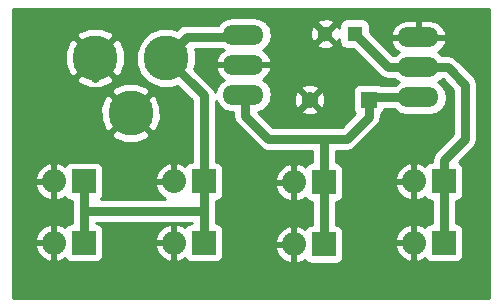
<source format=gtl>
G04 #@! TF.FileFunction,Copper,L1,Top,Signal*
%FSLAX46Y46*%
G04 Gerber Fmt 4.6, Leading zero omitted, Abs format (unit mm)*
G04 Created by KiCad (PCBNEW 4.0.1-3.201512221402+6198~38~ubuntu14.04.1-stable) date Sat 30 Jul 2016 07:16:47 PM PDT*
%MOMM*%
G01*
G04 APERTURE LIST*
%ADD10C,0.100000*%
%ADD11O,3.500120X1.699260*%
%ADD12C,3.810000*%
%ADD13R,2.032000X2.032000*%
%ADD14O,2.032000X2.032000*%
%ADD15R,1.400000X1.400000*%
%ADD16C,1.400000*%
%ADD17R,1.300000X1.300000*%
%ADD18C,1.300000*%
%ADD19C,0.762000*%
%ADD20C,0.254000*%
G04 APERTURE END LIST*
D10*
D11*
X133032500Y-92011500D03*
X133032500Y-89471500D03*
X133032500Y-94551500D03*
D12*
X111663480Y-91186000D03*
X105664000Y-91186000D03*
X108663740Y-95885000D03*
D13*
X135191500Y-101663500D03*
D14*
X132651500Y-101663500D03*
D13*
X125031500Y-101727000D03*
D14*
X122491500Y-101727000D03*
D13*
X114871500Y-101663500D03*
D14*
X112331500Y-101663500D03*
D13*
X104711500Y-101663500D03*
D14*
X102171500Y-101663500D03*
D11*
X118211600Y-91795600D03*
X118211600Y-89255600D03*
X118211600Y-94335600D03*
D15*
X128825000Y-94742000D03*
D16*
X123825000Y-94742000D03*
D17*
X127635000Y-89154000D03*
D18*
X125135000Y-89154000D03*
D13*
X135191500Y-106870500D03*
D14*
X132651500Y-106870500D03*
D13*
X125031500Y-106997500D03*
D14*
X122491500Y-106997500D03*
D13*
X114871500Y-106870500D03*
D14*
X112331500Y-106870500D03*
D13*
X104711500Y-106870500D03*
D14*
X102171500Y-106870500D03*
D19*
X105664000Y-91186000D02*
X105664000Y-92885260D01*
X108418160Y-95885000D02*
X108663740Y-95885000D01*
X125031500Y-106997500D02*
X125031500Y-101727000D01*
X126985000Y-98044000D02*
X124968000Y-98044000D01*
X125031500Y-101727000D02*
X125031500Y-98107500D01*
X124968000Y-98044000D02*
X120308370Y-98044000D01*
X125031500Y-98107500D02*
X124968000Y-98044000D01*
X128825000Y-94742000D02*
X128825000Y-96204000D01*
X118364000Y-96099630D02*
X118364000Y-94488000D01*
X128825000Y-96204000D02*
X126985000Y-98044000D01*
X120308370Y-98044000D02*
X118364000Y-96099630D01*
X133032500Y-94551500D02*
X129015500Y-94551500D01*
X129015500Y-94551500D02*
X128825000Y-94742000D01*
X135191500Y-101663500D02*
X135191500Y-106870500D01*
X137005060Y-93472000D02*
X137005060Y-98071940D01*
X137005060Y-98071940D02*
X135191500Y-99885500D01*
X135191500Y-99885500D02*
X135191500Y-101663500D01*
X133032500Y-92011500D02*
X135544560Y-92011500D01*
X135544560Y-92011500D02*
X137005060Y-93472000D01*
X133032500Y-92011500D02*
X130492500Y-92011500D01*
X130492500Y-92011500D02*
X127635000Y-89154000D01*
X114871500Y-104140000D02*
X114871500Y-101663500D01*
X114871500Y-106870500D02*
X114871500Y-104140000D01*
X114871500Y-104140000D02*
X104711500Y-104140000D01*
X104711500Y-106870500D02*
X104711500Y-104140000D01*
X104711500Y-104140000D02*
X104711500Y-101663500D01*
X114871500Y-101663500D02*
X114871500Y-94394020D01*
X114871500Y-94394020D02*
X111663480Y-91186000D01*
X111663480Y-91186000D02*
X113441480Y-89408000D01*
X113441480Y-89408000D02*
X118364000Y-89408000D01*
D20*
G36*
X138990000Y-111558000D02*
X98754000Y-111558000D01*
X98754000Y-107253446D01*
X100565517Y-107253446D01*
X100834312Y-107838879D01*
X101306682Y-108276885D01*
X101788556Y-108476475D01*
X102044500Y-108357336D01*
X102044500Y-106997500D01*
X100684133Y-106997500D01*
X100565517Y-107253446D01*
X98754000Y-107253446D01*
X98754000Y-106487554D01*
X100565517Y-106487554D01*
X100684133Y-106743500D01*
X102044500Y-106743500D01*
X102044500Y-105383664D01*
X101788556Y-105264525D01*
X101306682Y-105464115D01*
X100834312Y-105902121D01*
X100565517Y-106487554D01*
X98754000Y-106487554D01*
X98754000Y-102046446D01*
X100565517Y-102046446D01*
X100834312Y-102631879D01*
X101306682Y-103069885D01*
X101788556Y-103269475D01*
X102044500Y-103150336D01*
X102044500Y-101790500D01*
X100684133Y-101790500D01*
X100565517Y-102046446D01*
X98754000Y-102046446D01*
X98754000Y-101280554D01*
X100565517Y-101280554D01*
X100684133Y-101536500D01*
X102044500Y-101536500D01*
X102044500Y-100176664D01*
X102298500Y-100176664D01*
X102298500Y-101536500D01*
X102318500Y-101536500D01*
X102318500Y-101790500D01*
X102298500Y-101790500D01*
X102298500Y-103150336D01*
X102554444Y-103269475D01*
X103036318Y-103069885D01*
X103133898Y-102979403D01*
X103231410Y-103130941D01*
X103443610Y-103275931D01*
X103695500Y-103326940D01*
X103695500Y-105207060D01*
X103460183Y-105251338D01*
X103244059Y-105390410D01*
X103132660Y-105553448D01*
X103036318Y-105464115D01*
X102554444Y-105264525D01*
X102298500Y-105383664D01*
X102298500Y-106743500D01*
X102318500Y-106743500D01*
X102318500Y-106997500D01*
X102298500Y-106997500D01*
X102298500Y-108357336D01*
X102554444Y-108476475D01*
X103036318Y-108276885D01*
X103133898Y-108186403D01*
X103231410Y-108337941D01*
X103443610Y-108482931D01*
X103695500Y-108533940D01*
X105727500Y-108533940D01*
X105962817Y-108489662D01*
X106178941Y-108350590D01*
X106323931Y-108138390D01*
X106374940Y-107886500D01*
X106374940Y-107253446D01*
X110725517Y-107253446D01*
X110994312Y-107838879D01*
X111466682Y-108276885D01*
X111948556Y-108476475D01*
X112204500Y-108357336D01*
X112204500Y-106997500D01*
X110844133Y-106997500D01*
X110725517Y-107253446D01*
X106374940Y-107253446D01*
X106374940Y-106487554D01*
X110725517Y-106487554D01*
X110844133Y-106743500D01*
X112204500Y-106743500D01*
X112204500Y-105383664D01*
X111948556Y-105264525D01*
X111466682Y-105464115D01*
X110994312Y-105902121D01*
X110725517Y-106487554D01*
X106374940Y-106487554D01*
X106374940Y-105854500D01*
X106330662Y-105619183D01*
X106191590Y-105403059D01*
X105979390Y-105258069D01*
X105727500Y-105207060D01*
X105727500Y-105156000D01*
X113855500Y-105156000D01*
X113855500Y-105207060D01*
X113620183Y-105251338D01*
X113404059Y-105390410D01*
X113292660Y-105553448D01*
X113196318Y-105464115D01*
X112714444Y-105264525D01*
X112458500Y-105383664D01*
X112458500Y-106743500D01*
X112478500Y-106743500D01*
X112478500Y-106997500D01*
X112458500Y-106997500D01*
X112458500Y-108357336D01*
X112714444Y-108476475D01*
X113196318Y-108276885D01*
X113293898Y-108186403D01*
X113391410Y-108337941D01*
X113603610Y-108482931D01*
X113855500Y-108533940D01*
X115887500Y-108533940D01*
X116122817Y-108489662D01*
X116338941Y-108350590D01*
X116483931Y-108138390D01*
X116534940Y-107886500D01*
X116534940Y-107380446D01*
X120885517Y-107380446D01*
X121154312Y-107965879D01*
X121626682Y-108403885D01*
X122108556Y-108603475D01*
X122364500Y-108484336D01*
X122364500Y-107124500D01*
X121004133Y-107124500D01*
X120885517Y-107380446D01*
X116534940Y-107380446D01*
X116534940Y-106614554D01*
X120885517Y-106614554D01*
X121004133Y-106870500D01*
X122364500Y-106870500D01*
X122364500Y-105510664D01*
X122108556Y-105391525D01*
X121626682Y-105591115D01*
X121154312Y-106029121D01*
X120885517Y-106614554D01*
X116534940Y-106614554D01*
X116534940Y-105854500D01*
X116490662Y-105619183D01*
X116351590Y-105403059D01*
X116139390Y-105258069D01*
X115887500Y-105207060D01*
X115887500Y-103326940D01*
X116122817Y-103282662D01*
X116338941Y-103143590D01*
X116483931Y-102931390D01*
X116534940Y-102679500D01*
X116534940Y-102109946D01*
X120885517Y-102109946D01*
X121154312Y-102695379D01*
X121626682Y-103133385D01*
X122108556Y-103332975D01*
X122364500Y-103213836D01*
X122364500Y-101854000D01*
X121004133Y-101854000D01*
X120885517Y-102109946D01*
X116534940Y-102109946D01*
X116534940Y-101344054D01*
X120885517Y-101344054D01*
X121004133Y-101600000D01*
X122364500Y-101600000D01*
X122364500Y-100240164D01*
X122108556Y-100121025D01*
X121626682Y-100320615D01*
X121154312Y-100758621D01*
X120885517Y-101344054D01*
X116534940Y-101344054D01*
X116534940Y-100647500D01*
X116490662Y-100412183D01*
X116351590Y-100196059D01*
X116139390Y-100051069D01*
X115887500Y-100000060D01*
X115887500Y-94876972D01*
X115892825Y-94903743D01*
X116214652Y-95385392D01*
X116696301Y-95707219D01*
X117264444Y-95820230D01*
X117348000Y-95820230D01*
X117348000Y-96099630D01*
X117400855Y-96365350D01*
X117425338Y-96488437D01*
X117645580Y-96818050D01*
X119589949Y-98762420D01*
X119750206Y-98869500D01*
X119919564Y-98982662D01*
X120308370Y-99060000D01*
X124015500Y-99060000D01*
X124015500Y-100063560D01*
X123780183Y-100107838D01*
X123564059Y-100246910D01*
X123452660Y-100409948D01*
X123356318Y-100320615D01*
X122874444Y-100121025D01*
X122618500Y-100240164D01*
X122618500Y-101600000D01*
X122638500Y-101600000D01*
X122638500Y-101854000D01*
X122618500Y-101854000D01*
X122618500Y-103213836D01*
X122874444Y-103332975D01*
X123356318Y-103133385D01*
X123453898Y-103042903D01*
X123551410Y-103194441D01*
X123763610Y-103339431D01*
X124015500Y-103390440D01*
X124015500Y-105334060D01*
X123780183Y-105378338D01*
X123564059Y-105517410D01*
X123452660Y-105680448D01*
X123356318Y-105591115D01*
X122874444Y-105391525D01*
X122618500Y-105510664D01*
X122618500Y-106870500D01*
X122638500Y-106870500D01*
X122638500Y-107124500D01*
X122618500Y-107124500D01*
X122618500Y-108484336D01*
X122874444Y-108603475D01*
X123356318Y-108403885D01*
X123453898Y-108313403D01*
X123551410Y-108464941D01*
X123763610Y-108609931D01*
X124015500Y-108660940D01*
X126047500Y-108660940D01*
X126282817Y-108616662D01*
X126498941Y-108477590D01*
X126643931Y-108265390D01*
X126694940Y-108013500D01*
X126694940Y-107253446D01*
X131045517Y-107253446D01*
X131314312Y-107838879D01*
X131786682Y-108276885D01*
X132268556Y-108476475D01*
X132524500Y-108357336D01*
X132524500Y-106997500D01*
X131164133Y-106997500D01*
X131045517Y-107253446D01*
X126694940Y-107253446D01*
X126694940Y-106487554D01*
X131045517Y-106487554D01*
X131164133Y-106743500D01*
X132524500Y-106743500D01*
X132524500Y-105383664D01*
X132268556Y-105264525D01*
X131786682Y-105464115D01*
X131314312Y-105902121D01*
X131045517Y-106487554D01*
X126694940Y-106487554D01*
X126694940Y-105981500D01*
X126650662Y-105746183D01*
X126511590Y-105530059D01*
X126299390Y-105385069D01*
X126047500Y-105334060D01*
X126047500Y-103390440D01*
X126282817Y-103346162D01*
X126498941Y-103207090D01*
X126643931Y-102994890D01*
X126694940Y-102743000D01*
X126694940Y-102046446D01*
X131045517Y-102046446D01*
X131314312Y-102631879D01*
X131786682Y-103069885D01*
X132268556Y-103269475D01*
X132524500Y-103150336D01*
X132524500Y-101790500D01*
X131164133Y-101790500D01*
X131045517Y-102046446D01*
X126694940Y-102046446D01*
X126694940Y-101280554D01*
X131045517Y-101280554D01*
X131164133Y-101536500D01*
X132524500Y-101536500D01*
X132524500Y-100176664D01*
X132268556Y-100057525D01*
X131786682Y-100257115D01*
X131314312Y-100695121D01*
X131045517Y-101280554D01*
X126694940Y-101280554D01*
X126694940Y-100711000D01*
X126650662Y-100475683D01*
X126511590Y-100259559D01*
X126299390Y-100114569D01*
X126047500Y-100063560D01*
X126047500Y-99060000D01*
X126985000Y-99060000D01*
X127309300Y-98995493D01*
X127373807Y-98982662D01*
X127703420Y-98762420D01*
X129543421Y-96922420D01*
X129763662Y-96592807D01*
X129799014Y-96415077D01*
X129841000Y-96204000D01*
X129841000Y-95993244D01*
X129976441Y-95906090D01*
X130121431Y-95693890D01*
X130147026Y-95567500D01*
X131012973Y-95567500D01*
X131035552Y-95601292D01*
X131517201Y-95923119D01*
X132085344Y-96036130D01*
X133979656Y-96036130D01*
X134547799Y-95923119D01*
X135029448Y-95601292D01*
X135351275Y-95119643D01*
X135464286Y-94551500D01*
X135351275Y-93983357D01*
X135029448Y-93501708D01*
X134699883Y-93281500D01*
X135029448Y-93061292D01*
X135052027Y-93027500D01*
X135123720Y-93027500D01*
X135989060Y-93892841D01*
X135989060Y-97651099D01*
X134473080Y-99167080D01*
X134252838Y-99496693D01*
X134252838Y-99496694D01*
X134175500Y-99885500D01*
X134175500Y-100000060D01*
X133940183Y-100044338D01*
X133724059Y-100183410D01*
X133612660Y-100346448D01*
X133516318Y-100257115D01*
X133034444Y-100057525D01*
X132778500Y-100176664D01*
X132778500Y-101536500D01*
X132798500Y-101536500D01*
X132798500Y-101790500D01*
X132778500Y-101790500D01*
X132778500Y-103150336D01*
X133034444Y-103269475D01*
X133516318Y-103069885D01*
X133613898Y-102979403D01*
X133711410Y-103130941D01*
X133923610Y-103275931D01*
X134175500Y-103326940D01*
X134175500Y-105207060D01*
X133940183Y-105251338D01*
X133724059Y-105390410D01*
X133612660Y-105553448D01*
X133516318Y-105464115D01*
X133034444Y-105264525D01*
X132778500Y-105383664D01*
X132778500Y-106743500D01*
X132798500Y-106743500D01*
X132798500Y-106997500D01*
X132778500Y-106997500D01*
X132778500Y-108357336D01*
X133034444Y-108476475D01*
X133516318Y-108276885D01*
X133613898Y-108186403D01*
X133711410Y-108337941D01*
X133923610Y-108482931D01*
X134175500Y-108533940D01*
X136207500Y-108533940D01*
X136442817Y-108489662D01*
X136658941Y-108350590D01*
X136803931Y-108138390D01*
X136854940Y-107886500D01*
X136854940Y-105854500D01*
X136810662Y-105619183D01*
X136671590Y-105403059D01*
X136459390Y-105258069D01*
X136207500Y-105207060D01*
X136207500Y-103326940D01*
X136442817Y-103282662D01*
X136658941Y-103143590D01*
X136803931Y-102931390D01*
X136854940Y-102679500D01*
X136854940Y-100647500D01*
X136810662Y-100412183D01*
X136671590Y-100196059D01*
X136461399Y-100052442D01*
X137723480Y-98790361D01*
X137943722Y-98460747D01*
X137956553Y-98396240D01*
X138021060Y-98071940D01*
X138021060Y-93472000D01*
X137943722Y-93083194D01*
X137943722Y-93083193D01*
X137723481Y-92753580D01*
X136262980Y-91293080D01*
X135933367Y-91072838D01*
X135868860Y-91060007D01*
X135544560Y-90995500D01*
X135052027Y-90995500D01*
X135029448Y-90961708D01*
X134691627Y-90735984D01*
X135072524Y-90431489D01*
X135353149Y-89922310D01*
X135374040Y-89828332D01*
X135252714Y-89598500D01*
X133159500Y-89598500D01*
X133159500Y-89618500D01*
X132905500Y-89618500D01*
X132905500Y-89598500D01*
X130812286Y-89598500D01*
X130690960Y-89828332D01*
X130711851Y-89922310D01*
X130992476Y-90431489D01*
X131373373Y-90735984D01*
X131035552Y-90961708D01*
X131012973Y-90995500D01*
X130913341Y-90995500D01*
X129032509Y-89114668D01*
X130690960Y-89114668D01*
X130812286Y-89344500D01*
X132905500Y-89344500D01*
X132905500Y-87986870D01*
X133159500Y-87986870D01*
X133159500Y-89344500D01*
X135252714Y-89344500D01*
X135374040Y-89114668D01*
X135353149Y-89020690D01*
X135072524Y-88511511D01*
X134618406Y-88148482D01*
X134059930Y-87986870D01*
X133159500Y-87986870D01*
X132905500Y-87986870D01*
X132005070Y-87986870D01*
X131446594Y-88148482D01*
X130992476Y-88511511D01*
X130711851Y-89020690D01*
X130690960Y-89114668D01*
X129032509Y-89114668D01*
X128932440Y-89014600D01*
X128932440Y-88504000D01*
X128888162Y-88268683D01*
X128749090Y-88052559D01*
X128536890Y-87907569D01*
X128285000Y-87856560D01*
X126985000Y-87856560D01*
X126749683Y-87900838D01*
X126533559Y-88039910D01*
X126388569Y-88252110D01*
X126337560Y-88504000D01*
X126337560Y-88666385D01*
X126264611Y-88490271D01*
X126034016Y-88434590D01*
X125314605Y-89154000D01*
X126034016Y-89873410D01*
X126264611Y-89817729D01*
X126337560Y-89608098D01*
X126337560Y-89804000D01*
X126381838Y-90039317D01*
X126520910Y-90255441D01*
X126733110Y-90400431D01*
X126985000Y-90451440D01*
X127495600Y-90451440D01*
X129774079Y-92729920D01*
X129955243Y-92850970D01*
X130103694Y-92950162D01*
X130492500Y-93027500D01*
X131012973Y-93027500D01*
X131035552Y-93061292D01*
X131365117Y-93281500D01*
X131035552Y-93501708D01*
X131012973Y-93535500D01*
X129908508Y-93535500D01*
X129776890Y-93445569D01*
X129525000Y-93394560D01*
X128125000Y-93394560D01*
X127889683Y-93438838D01*
X127673559Y-93577910D01*
X127528569Y-93790110D01*
X127477560Y-94042000D01*
X127477560Y-95442000D01*
X127521838Y-95677317D01*
X127660910Y-95893441D01*
X127683371Y-95908788D01*
X126564160Y-97028000D01*
X120729211Y-97028000D01*
X119461267Y-95760057D01*
X119726899Y-95707219D01*
X119771713Y-95677275D01*
X123069331Y-95677275D01*
X123131169Y-95913042D01*
X123632122Y-96089419D01*
X124162440Y-96060664D01*
X124518831Y-95913042D01*
X124580669Y-95677275D01*
X123825000Y-94921605D01*
X123069331Y-95677275D01*
X119771713Y-95677275D01*
X120208548Y-95385392D01*
X120530375Y-94903743D01*
X120600913Y-94549122D01*
X122477581Y-94549122D01*
X122506336Y-95079440D01*
X122653958Y-95435831D01*
X122889725Y-95497669D01*
X123645395Y-94742000D01*
X124004605Y-94742000D01*
X124760275Y-95497669D01*
X124996042Y-95435831D01*
X125172419Y-94934878D01*
X125143664Y-94404560D01*
X124996042Y-94048169D01*
X124760275Y-93986331D01*
X124004605Y-94742000D01*
X123645395Y-94742000D01*
X122889725Y-93986331D01*
X122653958Y-94048169D01*
X122477581Y-94549122D01*
X120600913Y-94549122D01*
X120643386Y-94335600D01*
X120538186Y-93806725D01*
X123069331Y-93806725D01*
X123825000Y-94562395D01*
X124580669Y-93806725D01*
X124518831Y-93570958D01*
X124017878Y-93394581D01*
X123487560Y-93423336D01*
X123131169Y-93570958D01*
X123069331Y-93806725D01*
X120538186Y-93806725D01*
X120530375Y-93767457D01*
X120208548Y-93285808D01*
X119870727Y-93060084D01*
X120251624Y-92755589D01*
X120532249Y-92246410D01*
X120553140Y-92152432D01*
X120431814Y-91922600D01*
X118338600Y-91922600D01*
X118338600Y-91942600D01*
X118084600Y-91942600D01*
X118084600Y-91922600D01*
X115991386Y-91922600D01*
X115870060Y-92152432D01*
X115890951Y-92246410D01*
X116171576Y-92755589D01*
X116552473Y-93060084D01*
X116214652Y-93285808D01*
X115892825Y-93767457D01*
X115827847Y-94094123D01*
X115810162Y-94005214D01*
X115695145Y-93833079D01*
X115589920Y-93675599D01*
X114028386Y-92114065D01*
X114203039Y-91693454D01*
X114203920Y-90682979D01*
X114096912Y-90424000D01*
X116392162Y-90424000D01*
X116552473Y-90531116D01*
X116171576Y-90835611D01*
X115890951Y-91344790D01*
X115870060Y-91438768D01*
X115991386Y-91668600D01*
X118084600Y-91668600D01*
X118084600Y-91648600D01*
X118338600Y-91648600D01*
X118338600Y-91668600D01*
X120431814Y-91668600D01*
X120553140Y-91438768D01*
X120532249Y-91344790D01*
X120251624Y-90835611D01*
X119870727Y-90531116D01*
X120208548Y-90305392D01*
X120377179Y-90053016D01*
X124415590Y-90053016D01*
X124471271Y-90283611D01*
X124954078Y-90451622D01*
X125464428Y-90422083D01*
X125798729Y-90283611D01*
X125854410Y-90053016D01*
X125135000Y-89333605D01*
X124415590Y-90053016D01*
X120377179Y-90053016D01*
X120530375Y-89823743D01*
X120643386Y-89255600D01*
X120587189Y-88973078D01*
X123837378Y-88973078D01*
X123866917Y-89483428D01*
X124005389Y-89817729D01*
X124235984Y-89873410D01*
X124955395Y-89154000D01*
X124235984Y-88434590D01*
X124005389Y-88490271D01*
X123837378Y-88973078D01*
X120587189Y-88973078D01*
X120530375Y-88687457D01*
X120241407Y-88254984D01*
X124415590Y-88254984D01*
X125135000Y-88974395D01*
X125854410Y-88254984D01*
X125798729Y-88024389D01*
X125315922Y-87856378D01*
X124805572Y-87885917D01*
X124471271Y-88024389D01*
X124415590Y-88254984D01*
X120241407Y-88254984D01*
X120208548Y-88205808D01*
X119726899Y-87883981D01*
X119158756Y-87770970D01*
X117264444Y-87770970D01*
X116696301Y-87883981D01*
X116214652Y-88205808D01*
X116090243Y-88392000D01*
X113441480Y-88392000D01*
X113052673Y-88469338D01*
X112723060Y-88689579D01*
X112591545Y-88821094D01*
X112170934Y-88646441D01*
X111160459Y-88645560D01*
X110226565Y-89031437D01*
X109511428Y-89745327D01*
X109123921Y-90678546D01*
X109123040Y-91689021D01*
X109508917Y-92622915D01*
X110222807Y-93338052D01*
X111156026Y-93725559D01*
X112166501Y-93726440D01*
X112591481Y-93550842D01*
X113855500Y-94814861D01*
X113855500Y-100000060D01*
X113620183Y-100044338D01*
X113404059Y-100183410D01*
X113292660Y-100346448D01*
X113196318Y-100257115D01*
X112714444Y-100057525D01*
X112458500Y-100176664D01*
X112458500Y-101536500D01*
X112478500Y-101536500D01*
X112478500Y-101790500D01*
X112458500Y-101790500D01*
X112458500Y-101810500D01*
X112204500Y-101810500D01*
X112204500Y-101790500D01*
X110844133Y-101790500D01*
X110725517Y-102046446D01*
X110994312Y-102631879D01*
X111466682Y-103069885D01*
X111597333Y-103124000D01*
X106192326Y-103124000D01*
X106323931Y-102931390D01*
X106374940Y-102679500D01*
X106374940Y-101280554D01*
X110725517Y-101280554D01*
X110844133Y-101536500D01*
X112204500Y-101536500D01*
X112204500Y-100176664D01*
X111948556Y-100057525D01*
X111466682Y-100257115D01*
X110994312Y-100695121D01*
X110725517Y-101280554D01*
X106374940Y-101280554D01*
X106374940Y-100647500D01*
X106330662Y-100412183D01*
X106191590Y-100196059D01*
X105979390Y-100051069D01*
X105727500Y-100000060D01*
X103695500Y-100000060D01*
X103460183Y-100044338D01*
X103244059Y-100183410D01*
X103132660Y-100346448D01*
X103036318Y-100257115D01*
X102554444Y-100057525D01*
X102298500Y-100176664D01*
X102044500Y-100176664D01*
X101788556Y-100057525D01*
X101306682Y-100257115D01*
X100834312Y-100695121D01*
X100565517Y-101280554D01*
X98754000Y-101280554D01*
X98754000Y-97691440D01*
X107036905Y-97691440D01*
X107246093Y-98052289D01*
X108183390Y-98429824D01*
X109193817Y-98419933D01*
X110081387Y-98052289D01*
X110290575Y-97691440D01*
X108663740Y-96064605D01*
X107036905Y-97691440D01*
X98754000Y-97691440D01*
X98754000Y-95404650D01*
X106118916Y-95404650D01*
X106128807Y-96415077D01*
X106496451Y-97302647D01*
X106857300Y-97511835D01*
X108484135Y-95885000D01*
X108843345Y-95885000D01*
X110470180Y-97511835D01*
X110831029Y-97302647D01*
X111208564Y-96365350D01*
X111198673Y-95354923D01*
X110831029Y-94467353D01*
X110470180Y-94258165D01*
X108843345Y-95885000D01*
X108484135Y-95885000D01*
X106857300Y-94258165D01*
X106496451Y-94467353D01*
X106118916Y-95404650D01*
X98754000Y-95404650D01*
X98754000Y-94078560D01*
X107036905Y-94078560D01*
X108663740Y-95705395D01*
X110290575Y-94078560D01*
X110081387Y-93717711D01*
X109144090Y-93340176D01*
X108133663Y-93350067D01*
X107246093Y-93717711D01*
X107036905Y-94078560D01*
X98754000Y-94078560D01*
X98754000Y-92992440D01*
X104037165Y-92992440D01*
X104246353Y-93353289D01*
X105183650Y-93730824D01*
X106194077Y-93720933D01*
X107081647Y-93353289D01*
X107290835Y-92992440D01*
X105664000Y-91365605D01*
X104037165Y-92992440D01*
X98754000Y-92992440D01*
X98754000Y-90705650D01*
X103119176Y-90705650D01*
X103129067Y-91716077D01*
X103496711Y-92603647D01*
X103857560Y-92812835D01*
X105484395Y-91186000D01*
X105843605Y-91186000D01*
X107470440Y-92812835D01*
X107831289Y-92603647D01*
X108208824Y-91666350D01*
X108198933Y-90655923D01*
X107831289Y-89768353D01*
X107470440Y-89559165D01*
X105843605Y-91186000D01*
X105484395Y-91186000D01*
X103857560Y-89559165D01*
X103496711Y-89768353D01*
X103119176Y-90705650D01*
X98754000Y-90705650D01*
X98754000Y-89379560D01*
X104037165Y-89379560D01*
X105664000Y-91006395D01*
X107290835Y-89379560D01*
X107081647Y-89018711D01*
X106144350Y-88641176D01*
X105133923Y-88651067D01*
X104246353Y-89018711D01*
X104037165Y-89379560D01*
X98754000Y-89379560D01*
X98754000Y-87070000D01*
X138990000Y-87070000D01*
X138990000Y-111558000D01*
X138990000Y-111558000D01*
G37*
X138990000Y-111558000D02*
X98754000Y-111558000D01*
X98754000Y-107253446D01*
X100565517Y-107253446D01*
X100834312Y-107838879D01*
X101306682Y-108276885D01*
X101788556Y-108476475D01*
X102044500Y-108357336D01*
X102044500Y-106997500D01*
X100684133Y-106997500D01*
X100565517Y-107253446D01*
X98754000Y-107253446D01*
X98754000Y-106487554D01*
X100565517Y-106487554D01*
X100684133Y-106743500D01*
X102044500Y-106743500D01*
X102044500Y-105383664D01*
X101788556Y-105264525D01*
X101306682Y-105464115D01*
X100834312Y-105902121D01*
X100565517Y-106487554D01*
X98754000Y-106487554D01*
X98754000Y-102046446D01*
X100565517Y-102046446D01*
X100834312Y-102631879D01*
X101306682Y-103069885D01*
X101788556Y-103269475D01*
X102044500Y-103150336D01*
X102044500Y-101790500D01*
X100684133Y-101790500D01*
X100565517Y-102046446D01*
X98754000Y-102046446D01*
X98754000Y-101280554D01*
X100565517Y-101280554D01*
X100684133Y-101536500D01*
X102044500Y-101536500D01*
X102044500Y-100176664D01*
X102298500Y-100176664D01*
X102298500Y-101536500D01*
X102318500Y-101536500D01*
X102318500Y-101790500D01*
X102298500Y-101790500D01*
X102298500Y-103150336D01*
X102554444Y-103269475D01*
X103036318Y-103069885D01*
X103133898Y-102979403D01*
X103231410Y-103130941D01*
X103443610Y-103275931D01*
X103695500Y-103326940D01*
X103695500Y-105207060D01*
X103460183Y-105251338D01*
X103244059Y-105390410D01*
X103132660Y-105553448D01*
X103036318Y-105464115D01*
X102554444Y-105264525D01*
X102298500Y-105383664D01*
X102298500Y-106743500D01*
X102318500Y-106743500D01*
X102318500Y-106997500D01*
X102298500Y-106997500D01*
X102298500Y-108357336D01*
X102554444Y-108476475D01*
X103036318Y-108276885D01*
X103133898Y-108186403D01*
X103231410Y-108337941D01*
X103443610Y-108482931D01*
X103695500Y-108533940D01*
X105727500Y-108533940D01*
X105962817Y-108489662D01*
X106178941Y-108350590D01*
X106323931Y-108138390D01*
X106374940Y-107886500D01*
X106374940Y-107253446D01*
X110725517Y-107253446D01*
X110994312Y-107838879D01*
X111466682Y-108276885D01*
X111948556Y-108476475D01*
X112204500Y-108357336D01*
X112204500Y-106997500D01*
X110844133Y-106997500D01*
X110725517Y-107253446D01*
X106374940Y-107253446D01*
X106374940Y-106487554D01*
X110725517Y-106487554D01*
X110844133Y-106743500D01*
X112204500Y-106743500D01*
X112204500Y-105383664D01*
X111948556Y-105264525D01*
X111466682Y-105464115D01*
X110994312Y-105902121D01*
X110725517Y-106487554D01*
X106374940Y-106487554D01*
X106374940Y-105854500D01*
X106330662Y-105619183D01*
X106191590Y-105403059D01*
X105979390Y-105258069D01*
X105727500Y-105207060D01*
X105727500Y-105156000D01*
X113855500Y-105156000D01*
X113855500Y-105207060D01*
X113620183Y-105251338D01*
X113404059Y-105390410D01*
X113292660Y-105553448D01*
X113196318Y-105464115D01*
X112714444Y-105264525D01*
X112458500Y-105383664D01*
X112458500Y-106743500D01*
X112478500Y-106743500D01*
X112478500Y-106997500D01*
X112458500Y-106997500D01*
X112458500Y-108357336D01*
X112714444Y-108476475D01*
X113196318Y-108276885D01*
X113293898Y-108186403D01*
X113391410Y-108337941D01*
X113603610Y-108482931D01*
X113855500Y-108533940D01*
X115887500Y-108533940D01*
X116122817Y-108489662D01*
X116338941Y-108350590D01*
X116483931Y-108138390D01*
X116534940Y-107886500D01*
X116534940Y-107380446D01*
X120885517Y-107380446D01*
X121154312Y-107965879D01*
X121626682Y-108403885D01*
X122108556Y-108603475D01*
X122364500Y-108484336D01*
X122364500Y-107124500D01*
X121004133Y-107124500D01*
X120885517Y-107380446D01*
X116534940Y-107380446D01*
X116534940Y-106614554D01*
X120885517Y-106614554D01*
X121004133Y-106870500D01*
X122364500Y-106870500D01*
X122364500Y-105510664D01*
X122108556Y-105391525D01*
X121626682Y-105591115D01*
X121154312Y-106029121D01*
X120885517Y-106614554D01*
X116534940Y-106614554D01*
X116534940Y-105854500D01*
X116490662Y-105619183D01*
X116351590Y-105403059D01*
X116139390Y-105258069D01*
X115887500Y-105207060D01*
X115887500Y-103326940D01*
X116122817Y-103282662D01*
X116338941Y-103143590D01*
X116483931Y-102931390D01*
X116534940Y-102679500D01*
X116534940Y-102109946D01*
X120885517Y-102109946D01*
X121154312Y-102695379D01*
X121626682Y-103133385D01*
X122108556Y-103332975D01*
X122364500Y-103213836D01*
X122364500Y-101854000D01*
X121004133Y-101854000D01*
X120885517Y-102109946D01*
X116534940Y-102109946D01*
X116534940Y-101344054D01*
X120885517Y-101344054D01*
X121004133Y-101600000D01*
X122364500Y-101600000D01*
X122364500Y-100240164D01*
X122108556Y-100121025D01*
X121626682Y-100320615D01*
X121154312Y-100758621D01*
X120885517Y-101344054D01*
X116534940Y-101344054D01*
X116534940Y-100647500D01*
X116490662Y-100412183D01*
X116351590Y-100196059D01*
X116139390Y-100051069D01*
X115887500Y-100000060D01*
X115887500Y-94876972D01*
X115892825Y-94903743D01*
X116214652Y-95385392D01*
X116696301Y-95707219D01*
X117264444Y-95820230D01*
X117348000Y-95820230D01*
X117348000Y-96099630D01*
X117400855Y-96365350D01*
X117425338Y-96488437D01*
X117645580Y-96818050D01*
X119589949Y-98762420D01*
X119750206Y-98869500D01*
X119919564Y-98982662D01*
X120308370Y-99060000D01*
X124015500Y-99060000D01*
X124015500Y-100063560D01*
X123780183Y-100107838D01*
X123564059Y-100246910D01*
X123452660Y-100409948D01*
X123356318Y-100320615D01*
X122874444Y-100121025D01*
X122618500Y-100240164D01*
X122618500Y-101600000D01*
X122638500Y-101600000D01*
X122638500Y-101854000D01*
X122618500Y-101854000D01*
X122618500Y-103213836D01*
X122874444Y-103332975D01*
X123356318Y-103133385D01*
X123453898Y-103042903D01*
X123551410Y-103194441D01*
X123763610Y-103339431D01*
X124015500Y-103390440D01*
X124015500Y-105334060D01*
X123780183Y-105378338D01*
X123564059Y-105517410D01*
X123452660Y-105680448D01*
X123356318Y-105591115D01*
X122874444Y-105391525D01*
X122618500Y-105510664D01*
X122618500Y-106870500D01*
X122638500Y-106870500D01*
X122638500Y-107124500D01*
X122618500Y-107124500D01*
X122618500Y-108484336D01*
X122874444Y-108603475D01*
X123356318Y-108403885D01*
X123453898Y-108313403D01*
X123551410Y-108464941D01*
X123763610Y-108609931D01*
X124015500Y-108660940D01*
X126047500Y-108660940D01*
X126282817Y-108616662D01*
X126498941Y-108477590D01*
X126643931Y-108265390D01*
X126694940Y-108013500D01*
X126694940Y-107253446D01*
X131045517Y-107253446D01*
X131314312Y-107838879D01*
X131786682Y-108276885D01*
X132268556Y-108476475D01*
X132524500Y-108357336D01*
X132524500Y-106997500D01*
X131164133Y-106997500D01*
X131045517Y-107253446D01*
X126694940Y-107253446D01*
X126694940Y-106487554D01*
X131045517Y-106487554D01*
X131164133Y-106743500D01*
X132524500Y-106743500D01*
X132524500Y-105383664D01*
X132268556Y-105264525D01*
X131786682Y-105464115D01*
X131314312Y-105902121D01*
X131045517Y-106487554D01*
X126694940Y-106487554D01*
X126694940Y-105981500D01*
X126650662Y-105746183D01*
X126511590Y-105530059D01*
X126299390Y-105385069D01*
X126047500Y-105334060D01*
X126047500Y-103390440D01*
X126282817Y-103346162D01*
X126498941Y-103207090D01*
X126643931Y-102994890D01*
X126694940Y-102743000D01*
X126694940Y-102046446D01*
X131045517Y-102046446D01*
X131314312Y-102631879D01*
X131786682Y-103069885D01*
X132268556Y-103269475D01*
X132524500Y-103150336D01*
X132524500Y-101790500D01*
X131164133Y-101790500D01*
X131045517Y-102046446D01*
X126694940Y-102046446D01*
X126694940Y-101280554D01*
X131045517Y-101280554D01*
X131164133Y-101536500D01*
X132524500Y-101536500D01*
X132524500Y-100176664D01*
X132268556Y-100057525D01*
X131786682Y-100257115D01*
X131314312Y-100695121D01*
X131045517Y-101280554D01*
X126694940Y-101280554D01*
X126694940Y-100711000D01*
X126650662Y-100475683D01*
X126511590Y-100259559D01*
X126299390Y-100114569D01*
X126047500Y-100063560D01*
X126047500Y-99060000D01*
X126985000Y-99060000D01*
X127309300Y-98995493D01*
X127373807Y-98982662D01*
X127703420Y-98762420D01*
X129543421Y-96922420D01*
X129763662Y-96592807D01*
X129799014Y-96415077D01*
X129841000Y-96204000D01*
X129841000Y-95993244D01*
X129976441Y-95906090D01*
X130121431Y-95693890D01*
X130147026Y-95567500D01*
X131012973Y-95567500D01*
X131035552Y-95601292D01*
X131517201Y-95923119D01*
X132085344Y-96036130D01*
X133979656Y-96036130D01*
X134547799Y-95923119D01*
X135029448Y-95601292D01*
X135351275Y-95119643D01*
X135464286Y-94551500D01*
X135351275Y-93983357D01*
X135029448Y-93501708D01*
X134699883Y-93281500D01*
X135029448Y-93061292D01*
X135052027Y-93027500D01*
X135123720Y-93027500D01*
X135989060Y-93892841D01*
X135989060Y-97651099D01*
X134473080Y-99167080D01*
X134252838Y-99496693D01*
X134252838Y-99496694D01*
X134175500Y-99885500D01*
X134175500Y-100000060D01*
X133940183Y-100044338D01*
X133724059Y-100183410D01*
X133612660Y-100346448D01*
X133516318Y-100257115D01*
X133034444Y-100057525D01*
X132778500Y-100176664D01*
X132778500Y-101536500D01*
X132798500Y-101536500D01*
X132798500Y-101790500D01*
X132778500Y-101790500D01*
X132778500Y-103150336D01*
X133034444Y-103269475D01*
X133516318Y-103069885D01*
X133613898Y-102979403D01*
X133711410Y-103130941D01*
X133923610Y-103275931D01*
X134175500Y-103326940D01*
X134175500Y-105207060D01*
X133940183Y-105251338D01*
X133724059Y-105390410D01*
X133612660Y-105553448D01*
X133516318Y-105464115D01*
X133034444Y-105264525D01*
X132778500Y-105383664D01*
X132778500Y-106743500D01*
X132798500Y-106743500D01*
X132798500Y-106997500D01*
X132778500Y-106997500D01*
X132778500Y-108357336D01*
X133034444Y-108476475D01*
X133516318Y-108276885D01*
X133613898Y-108186403D01*
X133711410Y-108337941D01*
X133923610Y-108482931D01*
X134175500Y-108533940D01*
X136207500Y-108533940D01*
X136442817Y-108489662D01*
X136658941Y-108350590D01*
X136803931Y-108138390D01*
X136854940Y-107886500D01*
X136854940Y-105854500D01*
X136810662Y-105619183D01*
X136671590Y-105403059D01*
X136459390Y-105258069D01*
X136207500Y-105207060D01*
X136207500Y-103326940D01*
X136442817Y-103282662D01*
X136658941Y-103143590D01*
X136803931Y-102931390D01*
X136854940Y-102679500D01*
X136854940Y-100647500D01*
X136810662Y-100412183D01*
X136671590Y-100196059D01*
X136461399Y-100052442D01*
X137723480Y-98790361D01*
X137943722Y-98460747D01*
X137956553Y-98396240D01*
X138021060Y-98071940D01*
X138021060Y-93472000D01*
X137943722Y-93083194D01*
X137943722Y-93083193D01*
X137723481Y-92753580D01*
X136262980Y-91293080D01*
X135933367Y-91072838D01*
X135868860Y-91060007D01*
X135544560Y-90995500D01*
X135052027Y-90995500D01*
X135029448Y-90961708D01*
X134691627Y-90735984D01*
X135072524Y-90431489D01*
X135353149Y-89922310D01*
X135374040Y-89828332D01*
X135252714Y-89598500D01*
X133159500Y-89598500D01*
X133159500Y-89618500D01*
X132905500Y-89618500D01*
X132905500Y-89598500D01*
X130812286Y-89598500D01*
X130690960Y-89828332D01*
X130711851Y-89922310D01*
X130992476Y-90431489D01*
X131373373Y-90735984D01*
X131035552Y-90961708D01*
X131012973Y-90995500D01*
X130913341Y-90995500D01*
X129032509Y-89114668D01*
X130690960Y-89114668D01*
X130812286Y-89344500D01*
X132905500Y-89344500D01*
X132905500Y-87986870D01*
X133159500Y-87986870D01*
X133159500Y-89344500D01*
X135252714Y-89344500D01*
X135374040Y-89114668D01*
X135353149Y-89020690D01*
X135072524Y-88511511D01*
X134618406Y-88148482D01*
X134059930Y-87986870D01*
X133159500Y-87986870D01*
X132905500Y-87986870D01*
X132005070Y-87986870D01*
X131446594Y-88148482D01*
X130992476Y-88511511D01*
X130711851Y-89020690D01*
X130690960Y-89114668D01*
X129032509Y-89114668D01*
X128932440Y-89014600D01*
X128932440Y-88504000D01*
X128888162Y-88268683D01*
X128749090Y-88052559D01*
X128536890Y-87907569D01*
X128285000Y-87856560D01*
X126985000Y-87856560D01*
X126749683Y-87900838D01*
X126533559Y-88039910D01*
X126388569Y-88252110D01*
X126337560Y-88504000D01*
X126337560Y-88666385D01*
X126264611Y-88490271D01*
X126034016Y-88434590D01*
X125314605Y-89154000D01*
X126034016Y-89873410D01*
X126264611Y-89817729D01*
X126337560Y-89608098D01*
X126337560Y-89804000D01*
X126381838Y-90039317D01*
X126520910Y-90255441D01*
X126733110Y-90400431D01*
X126985000Y-90451440D01*
X127495600Y-90451440D01*
X129774079Y-92729920D01*
X129955243Y-92850970D01*
X130103694Y-92950162D01*
X130492500Y-93027500D01*
X131012973Y-93027500D01*
X131035552Y-93061292D01*
X131365117Y-93281500D01*
X131035552Y-93501708D01*
X131012973Y-93535500D01*
X129908508Y-93535500D01*
X129776890Y-93445569D01*
X129525000Y-93394560D01*
X128125000Y-93394560D01*
X127889683Y-93438838D01*
X127673559Y-93577910D01*
X127528569Y-93790110D01*
X127477560Y-94042000D01*
X127477560Y-95442000D01*
X127521838Y-95677317D01*
X127660910Y-95893441D01*
X127683371Y-95908788D01*
X126564160Y-97028000D01*
X120729211Y-97028000D01*
X119461267Y-95760057D01*
X119726899Y-95707219D01*
X119771713Y-95677275D01*
X123069331Y-95677275D01*
X123131169Y-95913042D01*
X123632122Y-96089419D01*
X124162440Y-96060664D01*
X124518831Y-95913042D01*
X124580669Y-95677275D01*
X123825000Y-94921605D01*
X123069331Y-95677275D01*
X119771713Y-95677275D01*
X120208548Y-95385392D01*
X120530375Y-94903743D01*
X120600913Y-94549122D01*
X122477581Y-94549122D01*
X122506336Y-95079440D01*
X122653958Y-95435831D01*
X122889725Y-95497669D01*
X123645395Y-94742000D01*
X124004605Y-94742000D01*
X124760275Y-95497669D01*
X124996042Y-95435831D01*
X125172419Y-94934878D01*
X125143664Y-94404560D01*
X124996042Y-94048169D01*
X124760275Y-93986331D01*
X124004605Y-94742000D01*
X123645395Y-94742000D01*
X122889725Y-93986331D01*
X122653958Y-94048169D01*
X122477581Y-94549122D01*
X120600913Y-94549122D01*
X120643386Y-94335600D01*
X120538186Y-93806725D01*
X123069331Y-93806725D01*
X123825000Y-94562395D01*
X124580669Y-93806725D01*
X124518831Y-93570958D01*
X124017878Y-93394581D01*
X123487560Y-93423336D01*
X123131169Y-93570958D01*
X123069331Y-93806725D01*
X120538186Y-93806725D01*
X120530375Y-93767457D01*
X120208548Y-93285808D01*
X119870727Y-93060084D01*
X120251624Y-92755589D01*
X120532249Y-92246410D01*
X120553140Y-92152432D01*
X120431814Y-91922600D01*
X118338600Y-91922600D01*
X118338600Y-91942600D01*
X118084600Y-91942600D01*
X118084600Y-91922600D01*
X115991386Y-91922600D01*
X115870060Y-92152432D01*
X115890951Y-92246410D01*
X116171576Y-92755589D01*
X116552473Y-93060084D01*
X116214652Y-93285808D01*
X115892825Y-93767457D01*
X115827847Y-94094123D01*
X115810162Y-94005214D01*
X115695145Y-93833079D01*
X115589920Y-93675599D01*
X114028386Y-92114065D01*
X114203039Y-91693454D01*
X114203920Y-90682979D01*
X114096912Y-90424000D01*
X116392162Y-90424000D01*
X116552473Y-90531116D01*
X116171576Y-90835611D01*
X115890951Y-91344790D01*
X115870060Y-91438768D01*
X115991386Y-91668600D01*
X118084600Y-91668600D01*
X118084600Y-91648600D01*
X118338600Y-91648600D01*
X118338600Y-91668600D01*
X120431814Y-91668600D01*
X120553140Y-91438768D01*
X120532249Y-91344790D01*
X120251624Y-90835611D01*
X119870727Y-90531116D01*
X120208548Y-90305392D01*
X120377179Y-90053016D01*
X124415590Y-90053016D01*
X124471271Y-90283611D01*
X124954078Y-90451622D01*
X125464428Y-90422083D01*
X125798729Y-90283611D01*
X125854410Y-90053016D01*
X125135000Y-89333605D01*
X124415590Y-90053016D01*
X120377179Y-90053016D01*
X120530375Y-89823743D01*
X120643386Y-89255600D01*
X120587189Y-88973078D01*
X123837378Y-88973078D01*
X123866917Y-89483428D01*
X124005389Y-89817729D01*
X124235984Y-89873410D01*
X124955395Y-89154000D01*
X124235984Y-88434590D01*
X124005389Y-88490271D01*
X123837378Y-88973078D01*
X120587189Y-88973078D01*
X120530375Y-88687457D01*
X120241407Y-88254984D01*
X124415590Y-88254984D01*
X125135000Y-88974395D01*
X125854410Y-88254984D01*
X125798729Y-88024389D01*
X125315922Y-87856378D01*
X124805572Y-87885917D01*
X124471271Y-88024389D01*
X124415590Y-88254984D01*
X120241407Y-88254984D01*
X120208548Y-88205808D01*
X119726899Y-87883981D01*
X119158756Y-87770970D01*
X117264444Y-87770970D01*
X116696301Y-87883981D01*
X116214652Y-88205808D01*
X116090243Y-88392000D01*
X113441480Y-88392000D01*
X113052673Y-88469338D01*
X112723060Y-88689579D01*
X112591545Y-88821094D01*
X112170934Y-88646441D01*
X111160459Y-88645560D01*
X110226565Y-89031437D01*
X109511428Y-89745327D01*
X109123921Y-90678546D01*
X109123040Y-91689021D01*
X109508917Y-92622915D01*
X110222807Y-93338052D01*
X111156026Y-93725559D01*
X112166501Y-93726440D01*
X112591481Y-93550842D01*
X113855500Y-94814861D01*
X113855500Y-100000060D01*
X113620183Y-100044338D01*
X113404059Y-100183410D01*
X113292660Y-100346448D01*
X113196318Y-100257115D01*
X112714444Y-100057525D01*
X112458500Y-100176664D01*
X112458500Y-101536500D01*
X112478500Y-101536500D01*
X112478500Y-101790500D01*
X112458500Y-101790500D01*
X112458500Y-101810500D01*
X112204500Y-101810500D01*
X112204500Y-101790500D01*
X110844133Y-101790500D01*
X110725517Y-102046446D01*
X110994312Y-102631879D01*
X111466682Y-103069885D01*
X111597333Y-103124000D01*
X106192326Y-103124000D01*
X106323931Y-102931390D01*
X106374940Y-102679500D01*
X106374940Y-101280554D01*
X110725517Y-101280554D01*
X110844133Y-101536500D01*
X112204500Y-101536500D01*
X112204500Y-100176664D01*
X111948556Y-100057525D01*
X111466682Y-100257115D01*
X110994312Y-100695121D01*
X110725517Y-101280554D01*
X106374940Y-101280554D01*
X106374940Y-100647500D01*
X106330662Y-100412183D01*
X106191590Y-100196059D01*
X105979390Y-100051069D01*
X105727500Y-100000060D01*
X103695500Y-100000060D01*
X103460183Y-100044338D01*
X103244059Y-100183410D01*
X103132660Y-100346448D01*
X103036318Y-100257115D01*
X102554444Y-100057525D01*
X102298500Y-100176664D01*
X102044500Y-100176664D01*
X101788556Y-100057525D01*
X101306682Y-100257115D01*
X100834312Y-100695121D01*
X100565517Y-101280554D01*
X98754000Y-101280554D01*
X98754000Y-97691440D01*
X107036905Y-97691440D01*
X107246093Y-98052289D01*
X108183390Y-98429824D01*
X109193817Y-98419933D01*
X110081387Y-98052289D01*
X110290575Y-97691440D01*
X108663740Y-96064605D01*
X107036905Y-97691440D01*
X98754000Y-97691440D01*
X98754000Y-95404650D01*
X106118916Y-95404650D01*
X106128807Y-96415077D01*
X106496451Y-97302647D01*
X106857300Y-97511835D01*
X108484135Y-95885000D01*
X108843345Y-95885000D01*
X110470180Y-97511835D01*
X110831029Y-97302647D01*
X111208564Y-96365350D01*
X111198673Y-95354923D01*
X110831029Y-94467353D01*
X110470180Y-94258165D01*
X108843345Y-95885000D01*
X108484135Y-95885000D01*
X106857300Y-94258165D01*
X106496451Y-94467353D01*
X106118916Y-95404650D01*
X98754000Y-95404650D01*
X98754000Y-94078560D01*
X107036905Y-94078560D01*
X108663740Y-95705395D01*
X110290575Y-94078560D01*
X110081387Y-93717711D01*
X109144090Y-93340176D01*
X108133663Y-93350067D01*
X107246093Y-93717711D01*
X107036905Y-94078560D01*
X98754000Y-94078560D01*
X98754000Y-92992440D01*
X104037165Y-92992440D01*
X104246353Y-93353289D01*
X105183650Y-93730824D01*
X106194077Y-93720933D01*
X107081647Y-93353289D01*
X107290835Y-92992440D01*
X105664000Y-91365605D01*
X104037165Y-92992440D01*
X98754000Y-92992440D01*
X98754000Y-90705650D01*
X103119176Y-90705650D01*
X103129067Y-91716077D01*
X103496711Y-92603647D01*
X103857560Y-92812835D01*
X105484395Y-91186000D01*
X105843605Y-91186000D01*
X107470440Y-92812835D01*
X107831289Y-92603647D01*
X108208824Y-91666350D01*
X108198933Y-90655923D01*
X107831289Y-89768353D01*
X107470440Y-89559165D01*
X105843605Y-91186000D01*
X105484395Y-91186000D01*
X103857560Y-89559165D01*
X103496711Y-89768353D01*
X103119176Y-90705650D01*
X98754000Y-90705650D01*
X98754000Y-89379560D01*
X104037165Y-89379560D01*
X105664000Y-91006395D01*
X107290835Y-89379560D01*
X107081647Y-89018711D01*
X106144350Y-88641176D01*
X105133923Y-88651067D01*
X104246353Y-89018711D01*
X104037165Y-89379560D01*
X98754000Y-89379560D01*
X98754000Y-87070000D01*
X138990000Y-87070000D01*
X138990000Y-111558000D01*
M02*

</source>
